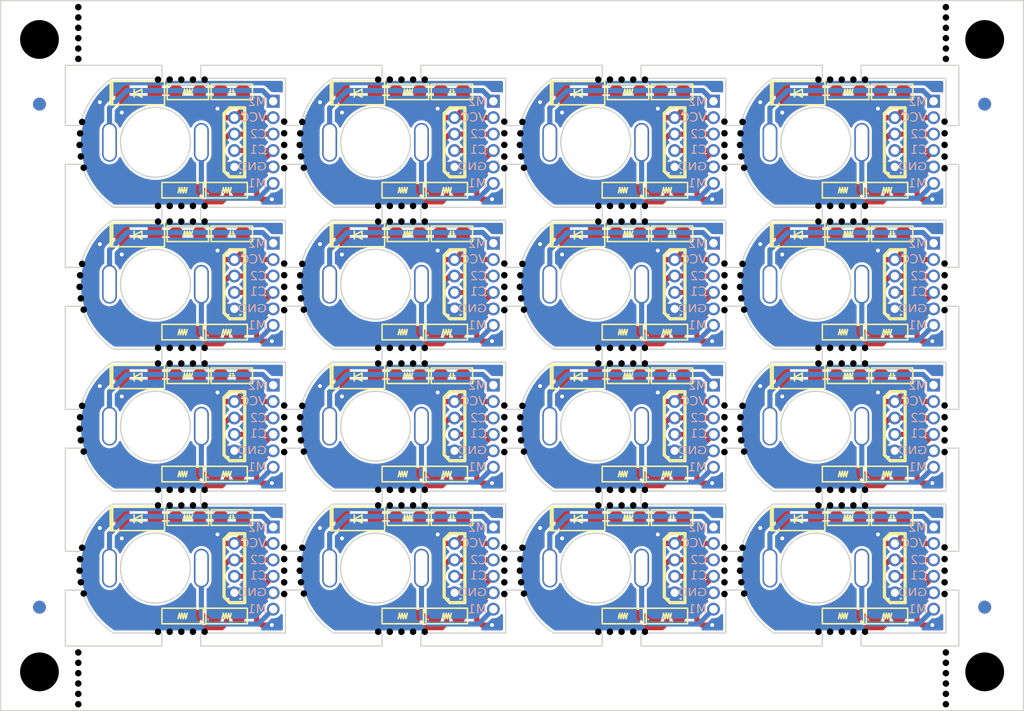
<source format=kicad_pcb>
(kicad_pcb
	(version 20240108)
	(generator "pcbnew")
	(generator_version "8.0")
	(general
		(thickness 1)
		(legacy_teardrops no)
	)
	(paper "A4")
	(layers
		(0 "F.Cu" signal)
		(31 "B.Cu" signal)
		(32 "B.Adhes" user "B.Adhesive")
		(33 "F.Adhes" user "F.Adhesive")
		(34 "B.Paste" user)
		(35 "F.Paste" user)
		(36 "B.SilkS" user "B.Silkscreen")
		(37 "F.SilkS" user "F.Silkscreen")
		(38 "B.Mask" user)
		(39 "F.Mask" user)
		(40 "Dwgs.User" user "User.Drawings")
		(41 "Cmts.User" user "User.Comments")
		(42 "Eco1.User" user "User.Eco1")
		(43 "Eco2.User" user "User.Eco2")
		(44 "Edge.Cuts" user)
		(45 "Margin" user)
		(46 "B.CrtYd" user "B.Courtyard")
		(47 "F.CrtYd" user "F.Courtyard")
		(48 "B.Fab" user)
		(49 "F.Fab" user)
		(50 "User.1" user)
		(51 "User.2" user)
		(52 "User.3" user)
		(53 "User.4" user)
		(54 "User.5" user)
		(55 "User.6" user)
		(56 "User.7" user)
		(57 "User.8" user)
		(58 "User.9" user)
	)
	(setup
		(stackup
			(layer "F.SilkS"
				(type "Top Silk Screen")
			)
			(layer "F.Paste"
				(type "Top Solder Paste")
			)
			(layer "F.Mask"
				(type "Top Solder Mask")
				(thickness 0.01)
			)
			(layer "F.Cu"
				(type "copper")
				(thickness 0.035)
			)
			(layer "dielectric 1"
				(type "core")
				(thickness 0.91)
				(material "FR4")
				(epsilon_r 4.5)
				(loss_tangent 0.02)
			)
			(layer "B.Cu"
				(type "copper")
				(thickness 0.035)
			)
			(layer "B.Mask"
				(type "Bottom Solder Mask")
				(thickness 0.01)
			)
			(layer "B.Paste"
				(type "Bottom Solder Paste")
			)
			(layer "B.SilkS"
				(type "Bottom Silk Screen")
			)
			(copper_finish "None")
			(dielectric_constraints no)
		)
		(pad_to_mask_clearance 0)
		(allow_soldermask_bridges_in_footprints no)
		(aux_axis_origin 108.97052 20)
		(grid_origin 108.97052 20)
		(pcbplotparams
			(layerselection 0x00010fc_ffffffff)
			(plot_on_all_layers_selection 0x0000000_00000000)
			(disableapertmacros no)
			(usegerberextensions no)
			(usegerberattributes yes)
			(usegerberadvancedattributes yes)
			(creategerberjobfile yes)
			(dashed_line_dash_ratio 12.000000)
			(dashed_line_gap_ratio 3.000000)
			(svgprecision 4)
			(plotframeref no)
			(viasonmask no)
			(mode 1)
			(useauxorigin no)
			(hpglpennumber 1)
			(hpglpenspeed 20)
			(hpglpendiameter 15.000000)
			(pdf_front_fp_property_popups yes)
			(pdf_back_fp_property_popups yes)
			(dxfpolygonmode yes)
			(dxfimperialunits yes)
			(dxfusepcbnewfont yes)
			(psnegative no)
			(psa4output no)
			(plotreference yes)
			(plotvalue yes)
			(plotfptext yes)
			(plotinvisibletext no)
			(sketchpadsonfab no)
			(subtractmaskfromsilk no)
			(outputformat 1)
			(mirror no)
			(drillshape 1)
			(scaleselection 1)
			(outputdirectory "")
		)
	)
	(net 0 "")
	(net 1 "Board_0-/C1")
	(net 2 "Board_0-/C2")
	(net 3 "Board_0-/M1")
	(net 4 "Board_0-/M2")
	(net 5 "Board_0-GND")
	(net 6 "Board_0-Net-(D101-A)")
	(net 7 "Board_0-VCC")
	(net 8 "Board_1-/C1")
	(net 9 "Board_1-/C2")
	(net 10 "Board_1-/M1")
	(net 11 "Board_1-/M2")
	(net 12 "Board_1-GND")
	(net 13 "Board_1-Net-(D101-A)")
	(net 14 "Board_1-VCC")
	(net 15 "Board_2-/C1")
	(net 16 "Board_2-/C2")
	(net 17 "Board_2-/M1")
	(net 18 "Board_2-/M2")
	(net 19 "Board_2-GND")
	(net 20 "Board_2-Net-(D101-A)")
	(net 21 "Board_2-VCC")
	(net 22 "Board_3-/C1")
	(net 23 "Board_3-/C2")
	(net 24 "Board_3-/M1")
	(net 25 "Board_3-/M2")
	(net 26 "Board_3-GND")
	(net 27 "Board_3-Net-(D101-A)")
	(net 28 "Board_3-VCC")
	(net 29 "Board_4-/C1")
	(net 30 "Board_4-/C2")
	(net 31 "Board_4-/M1")
	(net 32 "Board_4-/M2")
	(net 33 "Board_4-GND")
	(net 34 "Board_4-Net-(D101-A)")
	(net 35 "Board_4-VCC")
	(net 36 "Board_5-/C1")
	(net 37 "Board_5-/C2")
	(net 38 "Board_5-/M1")
	(net 39 "Board_5-/M2")
	(net 40 "Board_5-GND")
	(net 41 "Board_5-Net-(D101-A)")
	(net 42 "Board_5-VCC")
	(net 43 "Board_6-/C1")
	(net 44 "Board_6-/C2")
	(net 45 "Board_6-/M1")
	(net 46 "Board_6-/M2")
	(net 47 "Board_6-GND")
	(net 48 "Board_6-Net-(D101-A)")
	(net 49 "Board_6-VCC")
	(net 50 "Board_7-/C1")
	(net 51 "Board_7-/C2")
	(net 52 "Board_7-/M1")
	(net 53 "Board_7-/M2")
	(net 54 "Board_7-GND")
	(net 55 "Board_7-Net-(D101-A)")
	(net 56 "Board_7-VCC")
	(net 57 "Board_8-/C1")
	(net 58 "Board_8-/C2")
	(net 59 "Board_8-/M1")
	(net 60 "Board_8-/M2")
	(net 61 "Board_8-GND")
	(net 62 "Board_8-Net-(D101-A)")
	(net 63 "Board_8-VCC")
	(net 64 "Board_9-/C1")
	(net 65 "Board_9-/C2")
	(net 66 "Board_9-/M1")
	(net 67 "Board_9-/M2")
	(net 68 "Board_9-GND")
	(net 69 "Board_9-Net-(D101-A)")
	(net 70 "Board_9-VCC")
	(net 71 "Board_10-/C1")
	(net 72 "Board_10-/C2")
	(net 73 "Board_10-/M1")
	(net 74 "Board_10-/M2")
	(net 75 "Board_10-GND")
	(net 76 "Board_10-Net-(D101-A)")
	(net 77 "Board_10-VCC")
	(net 78 "Board_11-/C1")
	(net 79 "Board_11-/C2")
	(net 80 "Board_11-/M1")
	(net 81 "Board_11-/M2")
	(net 82 "Board_11-GND")
	(net 83 "Board_11-Net-(D101-A)")
	(net 84 "Board_11-VCC")
	(net 85 "Board_12-/C1")
	(net 86 "Board_12-/C2")
	(net 87 "Board_12-/M1")
	(net 88 "Board_12-/M2")
	(net 89 "Board_12-GND")
	(net 90 "Board_12-Net-(D101-A)")
	(net 91 "Board_12-VCC")
	(net 92 "Board_13-/C1")
	(net 93 "Board_13-/C2")
	(net 94 "Board_13-/M1")
	(net 95 "Board_13-/M2")
	(net 96 "Board_13-GND")
	(net 97 "Board_13-Net-(D101-A)")
	(net 98 "Board_13-VCC")
	(net 99 "Board_14-/C1")
	(net 100 "Board_14-/C2")
	(net 101 "Board_14-/M1")
	(net 102 "Board_14-/M2")
	(net 103 "Board_14-GND")
	(net 104 "Board_14-Net-(D101-A)")
	(net 105 "Board_14-VCC")
	(net 106 "Board_15-/C1")
	(net 107 "Board_15-/C2")
	(net 108 "Board_15-/M1")
	(net 109 "Board_15-/M2")
	(net 110 "Board_15-GND")
	(net 111 "Board_15-Net-(D101-A)")
	(net 112 "Board_15-VCC")
	(footprint "NPTH" (layer "F.Cu") (at 174.879483 35.86975))
	(footprint "NPTH" (layer "F.Cu") (at 182.029479 70.380018))
	(footprint "NPTH" (layer "F.Cu") (at 173.979483 46.839717))
	(footprint "NPTH" (layer "F.Cu") (at 156.064578 48.040005))
	(footprint "NPTH" (layer "F.Cu") (at 147.899678 30.250018))
	(footprint "Droid:C_0603_HandSolder" (layer "F.Cu") (at 143.849678 48.990018 180))
	(footprint "NPTH" (layer "F.Cu") (at 147.899678 41.220018))
	(footprint "NPTH" (layer "F.Cu") (at 155.164582 57.80965))
	(footprint "NPTH" (layer "F.Cu") (at 132.283568 29.374823))
	(footprint "NPTH" (layer "F.Cu") (at 138.149681 68.77965))
	(footprint "NPTH" (layer "F.Cu") (at 147.899678 43.020018))
	(footprint "NPTH" (layer "F.Cu") (at 155.164582 46.83965))
	(footprint "NPTH" (layer "F.Cu") (at 138.149681 35.86965))
	(footprint "NPTH" (layer "F.Cu") (at 115.172418 32.043928))
	(footprint "NPTH" (layer "F.Cu") (at 172.179483 68.77965))
	(footprint "NPTH" (layer "F.Cu") (at 132.283568 62.284822))
	(footprint "NPTH" (layer "F.Cu") (at 122.034781 35.869683))
	(footprint "Droid:R_0603_HandSolder" (layer "F.Cu") (at 174.07948 34.650018 180))
	(footprint "NPTH" (layer "F.Cu") (at 164.914579 65.860018))
	(footprint "NPTH" (layer "F.Cu") (at 114.97052 22.1))
	(footprint "NPTH" (layer "F.Cu") (at 158.764582 57.809784))
	(footprint "Connector_PinHeader_1.27mm:PinHeader_1x06_P1.27mm_Vertical" (layer "F.Cu") (at 181.07948 38.745018))
	(footprint "NPTH" (layer "F.Cu") (at 111.97052 71.880018))
	(footprint "NPTH" (layer "F.Cu") (at 121.134777 59.010004))
	(footprint "Droid:R_0603_HandSolder" (layer "F.Cu") (at 174.07948 67.560018 180))
	(footprint "NPTH" (layer "F.Cu") (at 147.899678 63.160018))
	(footprint "Droid:SIP-4_L5.3-W1.6-P1.27-L" (layer "F.Cu") (at 161.064579 63.860018 -90))
	(footprint "NPTH" (layer "F.Cu") (at 149.140823 30.257651))
	(footprint "Droid:R_0603_HandSolder" (layer "F.Cu") (at 140.049678 45.620018 180))
	(footprint "Droid:R_0603_HandSolder" (layer "F.Cu") (at 140.449678 38.020018 180))
	(footprint "Droid:R_0603_HandSolder" (layer "F.Cu") (at 174.47948 38.020018 180))
	(footprint "NPTH" (layer "F.Cu") (at 115.111022 63.16765))
	(footprint "NPTH" (layer "F.Cu") (at 149.103396 64.063119))
	(footprint "NPTH" (layer "F.Cu") (at 147.899678 64.060018))
	(footprint "NPTH" (layer "F.Cu") (at 122.034777 37.070005))
	(footprint "Droid:SIP-4_L5.3-W1.6-P1.27-L" (layer "F.Cu") (at 161.064579 30.950018 -90))
	(footprint "NPTH" (layer "F.Cu") (at 132.187318 64.953928))
	(footprint "Droid:SIP-4_L5.3-W1.6-P1.27-L" (layer "F.Cu") (at 144.049678 52.890018 -90))
	(footprint "NPTH" (layer "F.Cu") (at 175.779479 37.070009))
	(footprint "NPTH" (layer "F.Cu") (at 149.298469 29.374823))
	(footprint "NPTH" (layer "F.Cu") (at 149.103396 53.093119))
	(footprint "Droid:R_0603_HandSolder" (layer "F.Cu") (at 157.064579 45.620018 180))
	(footprint "NPTH" (layer "F.Cu") (at 157.864582 68.77975))
	(footprint "NPTH" (layer "F.Cu") (at 139.949681 46.839717))
	(footprint "NPTH" (layer "F.Cu") (at 157.864578 59.010008))
	(footprint "NPTH" (layer "F.Cu") (at 166.21712 43.013928))
	(footprint "Droid:C_0603_HandSolder" (layer "F.Cu") (at 126.834777 38.020018 180))
	(footprint "Droid:C_0603_HandSolder" (layer "F.Cu") (at 126.834777 27.050018 180))
	(footprint "Connector_PinHeader_1.27mm:PinHeader_1x06_P1.27mm_Vertical" (layer "F.Cu") (at 147.049678 60.685018))
	(footprint "NPTH" (layer "F.Cu") (at 115.073595 64.063119))
	(footprint "Droid:LED_0805_LiteOn" (layer "F.Cu") (at 136.649678 60.060018))
	(footprint "NPTH" (layer "F.Cu") (at 156.064582 35.869683))
	(footprint "Droid:LED_0805_LiteOn" (layer "F.Cu") (at 170.67948 27.150018))
	(footprint "NPTH" (layer "F.Cu") (at 139.049677 59.010005))
	(footprint "NPTH" (layer "F.Cu") (at 139.949677 37.070007))
	(footprint "NPTH" (layer "F.Cu") (at 166.21712 32.043928))
	(footprint "NPTH" (layer "F.Cu") (at 172.179483 35.86965))
	(footprint "Droid:C_0603_HandSolder" (layer "F.Cu") (at 160.864579 38.020018 180))
	(footprint "Droid:SIP-4_L5.3-W1.6-P1.27-L" (layer "F.Cu") (at 178.07948 63.860018 -90))
	(footprint "NPTH" (layer "F.Cu") (at 158.764578 48.040009))
	(footprint "NPTH" (layer "F.Cu") (at 132.283568 40.344822))
	(footprint "NPTH" (layer "F.Cu") (at 139.049677 37.070005))
	(footprint "NPTH" (layer "F.Cu") (at 124.734776 37.070009))
	(footprint "Droid:R_0603_HandSolder" (layer "F.Cu") (at 160.464579 45.620018))
	(footprint "NPTH" (layer "F.Cu") (at 141.749681 68.779784))
	(footprint "NPTH" (layer "F.Cu") (at 181.92948 42.120018))
	(footprint "NPTH" (layer "F.Cu") (at 147.899678 62.260018))
	(footprint "NPTH" (layer "F.Cu") (at 164.914579 40.320018))
	(footprint "NPTH" (layer "F.Cu") (at 181.92948 41.220018))
	(footprint "NPTH" (layer "F.Cu") (at 166.118297 31.153119))
	(footprint "NPTH" (layer "F.Cu") (at 114.97052 71.980018))
	(footprint "NPTH" (layer "F.Cu") (at 182.029479 72.780018))
	(footprint "Droid:LED_0805_LiteOn" (layer "F.Cu") (at 153.664579 60.060018))
	(footprint "NPTH" (layer "F.Cu") (at 139.049677 48.040005))
	(footprint "NPTH" (layer "F.Cu") (at 173.979483 68.779717))
	(footprint "Droid:SIP-4_L5.3-W1.6-P1.27-L" (layer "F.Cu") (at 161.064579 52.890018 -90))
	(footprint "NPTH" (layer "F.Cu") (at 164.914579 42.120018))
	(footprint "Connector_PinHeader_1.27mm:PinHeader_1x06_P1.27mm_Vertical" (layer "F.Cu") (at 164.064579 27.775018))
	(footprint "NPTH" (layer "F.Cu") (at 164.914579 32.950018))
	(footprint "NPTH" (layer "F.Cu") (at 181.92948 62.260018))
	(footprint "NPTH" (layer "F.Cu") (at 173.979479 48.040007))
	(footprint "Droid:R_0603_HandSolder"
		(layer "F.Cu")
		(uuid "290cce0e-fa78-4563-a983-35ee79255c7d")
		(at 140.049678 67.560018 180)
		(property "Reference" "R101"
			(at 0 -1.2 180)
			(unlocked yes)
			(layer "F.SilkS")
			(hide yes)
			(uuid "bd497dda-821e-47d6-912c-c6fc1ea6d099")
			(effects
				(font
					(size 0.7 0.7)
					(thickness 0.15)
				)
			)
		)
		(property "Value" "1k"
			(at 0 1.275 180)
			(unlocked yes)
			(layer "F.Fab")
			(hide yes)
			(uuid "c2fae040-52f1-4299-8b4e-2b4fc486dde8")
			(effects
				(font
					(size 0.7 0.7)
					(thickness 0.15)
				)
			)
		)
		(property "Footprint" "Droid:R_0603_HandSolder"
			(at 0 0 0)
			(layer "F.Fab")
			(hide yes)
			(uuid "1e1f8ab4-21cb-4950-858c-a8198f65e5c3")
			(effects
				(font
					(size 1.27 1.27)
					(thickness 0.15)
				)
			)
		)
		(property "Datasheet" ""
			(at 0 0 0)
			(layer "F.Fab")
			(hide yes)
			(uuid "d4caad46-f159-494c-8571-3c045d61d10d")
			(effects
				(font
					(size 1.27 1.27)
					(thickness 0.15)
				)
			)
		)
		(property "Description" "Resistor"
			(at 0 0 0)
			(layer "F.Fab")
			(hide yes)
			(uuid "712ed911-dbd5-4cc4-9dc8-792474de31c2")
			(effects
				(font
					(size 1.27 1.27)
					(thickness 0.15)
				)
			)
		)
		(path "/25c04fb4-05a7-4650-8694-afdaae853a82")
		(attr smd)
		(fp_line
			(start 0.25 0.2)
			(end 0.35 -0.2)
			(stroke
				(width 0.12)
				(type solid)
			)
			(layer "F.SilkS")
			(uuid "1c956cdd-9ba5-4013-8915-ae8cd04e7a02")
		)
		(fp_line
			(start 0.15 -0.199999)
			(end 0.25 0.2)
			(stroke
				(width 0.12)
				(type solid)
			)
			(layer "F.SilkS")
			(uuid "4e7710e8-795a-49a5-a069-1f4f58b026a5")
		)
		(fp_line
			(start 0.05 0.2)
			(end 0.15 -0.199999)
			(stroke
				(width 0.12)
				(type solid)
			)
			(layer "F.SilkS")
			(uuid "7af6a353-305e-469c-ae5a-06da44657f75")
		)
		(fp_line
			(start -0.05 -0.2)
			(end 0.05 0.2)
			(stroke
				(width 0.12)
				(type solid)
			)
			(layer "F.SilkS")
			(uuid "dfdf0ed6-f230-491f-8638-089fed91b4f2")
		)
		(fp_line
			(start -0.15 0.199999)
			(end -0.05 -0.2)
			(stroke
				(width 0.12)
				(type solid)
			)
			(layer "F.SilkS")
			(uuid "202bc8c9-ca7f-4b42-8ef6-3db6fbca056b")
		)
		(fp_line
			(start -0.25 -0.2)
			(end -0.15 0.199999)
			(stroke
				(width 0.12)
				(type solid)
			)
			(layer "F.SilkS")
			(uuid "232557df-36f2-4612-ae70-b2f57e718981")
		)
		(fp_line
			(start -0.35 0.2)
			(end -0.25 -0.2)
			(stroke
				(width 0.12)
				(type solid)
			)
			(layer "F.SilkS")
			(uuid "7beceeed-1e1f-4858-9c3c-d7ac06c21145")
		)
		(fp_poly
			(pts
				(xy -1.6 -0.6) (xy 1.6 -0.6) (xy 1.6 0.6) (xy -1.6 0.6)
			)
			(stroke
				(width 0.12)
				(type solid)
			)
			(fill none)
			(layer "F.SilkS")
			(uuid "33fea9a6-8dc0-47e7-b223-841b6f281bdf")
		)
		(fp_line
			(start 1.65 0.73)
			(end -1.65 0.73)
			(stroke
				(width 0.05)
				(type solid)
			)
			(layer "F.CrtYd")
			(uuid "f191bbc6-3ab2-4eca-9f4e-b42245d22fe6")
		)
		(fp_line
			(start 1.65 -0.73)
			(end 1.65 0.73)
			(stroke
				(width 0.05)
				(type solid)
			)
			(layer "F.CrtYd")
			(uuid "e7aa94e2-31ab-412a-973b-e44e923d4abd")
		)
		(fp_line
			(start -1.65 0.73)
			(end -1.65 -0.73)
			(stroke
				(width 0.05)
				(type solid)
			)
			(layer "F.CrtYd")
			(uuid "021627b2-f4fa-4e43-a231-f6a004a9fa92")
		)
		(fp_line
			(start -1.65 -0.73)
			(end 1.65 -0.73)
			(stroke
				(width 0.05)
				(type solid)
			)
			(layer "F.CrtYd")
			(uuid "aff67497-31ca-44db-affc-6f606ab7e415")
		)
		(fp_line
			(start 0.8 0.4125)
			(end -0.8 0.4125)
			(stroke
				(width 0.1)
				(type solid)
			)
			(layer "F.Fab")
			(uuid "58ebbf4d-6454-4e79-8c0a-3d52ede284ed")
		)
		(fp_line
			(start 0.8 -0.4125)
			(end 0.8 0.4125)
			(stroke
				(wi
... [2206999 chars truncated]
</source>
